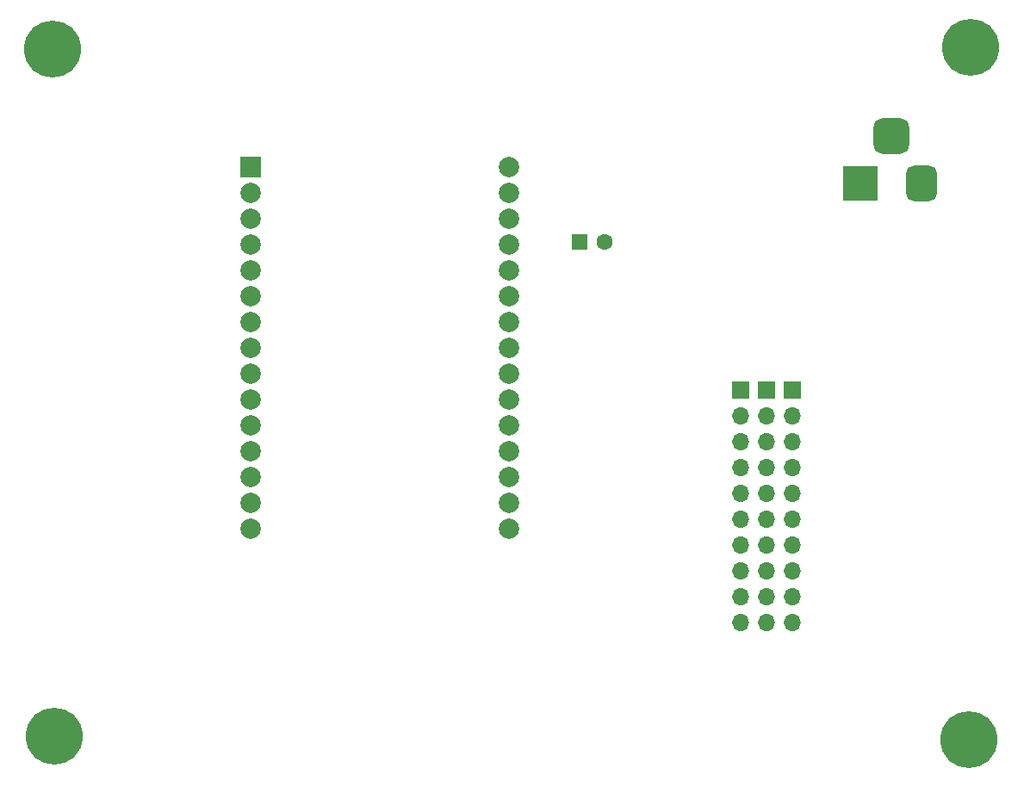
<source format=gbr>
%TF.GenerationSoftware,KiCad,Pcbnew,7.0.8*%
%TF.CreationDate,2023-11-09T16:50:50-05:00*%
%TF.ProjectId,proyecto final,70726f79-6563-4746-9f20-66696e616c2e,1.0*%
%TF.SameCoordinates,Original*%
%TF.FileFunction,Copper,L1,Top*%
%TF.FilePolarity,Positive*%
%FSLAX46Y46*%
G04 Gerber Fmt 4.6, Leading zero omitted, Abs format (unit mm)*
G04 Created by KiCad (PCBNEW 7.0.8) date 2023-11-09 16:50:50*
%MOMM*%
%LPD*%
G01*
G04 APERTURE LIST*
G04 Aperture macros list*
%AMRoundRect*
0 Rectangle with rounded corners*
0 $1 Rounding radius*
0 $2 $3 $4 $5 $6 $7 $8 $9 X,Y pos of 4 corners*
0 Add a 4 corners polygon primitive as box body*
4,1,4,$2,$3,$4,$5,$6,$7,$8,$9,$2,$3,0*
0 Add four circle primitives for the rounded corners*
1,1,$1+$1,$2,$3*
1,1,$1+$1,$4,$5*
1,1,$1+$1,$6,$7*
1,1,$1+$1,$8,$9*
0 Add four rect primitives between the rounded corners*
20,1,$1+$1,$2,$3,$4,$5,0*
20,1,$1+$1,$4,$5,$6,$7,0*
20,1,$1+$1,$6,$7,$8,$9,0*
20,1,$1+$1,$8,$9,$2,$3,0*%
G04 Aperture macros list end*
%TA.AperFunction,ComponentPad*%
%ADD10R,1.600000X1.600000*%
%TD*%
%TA.AperFunction,ComponentPad*%
%ADD11C,1.600000*%
%TD*%
%TA.AperFunction,ComponentPad*%
%ADD12C,5.600000*%
%TD*%
%TA.AperFunction,ComponentPad*%
%ADD13O,1.700000X1.700000*%
%TD*%
%TA.AperFunction,ComponentPad*%
%ADD14R,1.700000X1.700000*%
%TD*%
%TA.AperFunction,ComponentPad*%
%ADD15R,2.000000X2.000000*%
%TD*%
%TA.AperFunction,ComponentPad*%
%ADD16C,2.000000*%
%TD*%
%TA.AperFunction,ComponentPad*%
%ADD17R,3.500000X3.500000*%
%TD*%
%TA.AperFunction,ComponentPad*%
%ADD18RoundRect,0.750000X0.750000X1.000000X-0.750000X1.000000X-0.750000X-1.000000X0.750000X-1.000000X0*%
%TD*%
%TA.AperFunction,ComponentPad*%
%ADD19RoundRect,0.875000X0.875000X0.875000X-0.875000X0.875000X-0.875000X-0.875000X0.875000X-0.875000X0*%
%TD*%
G04 APERTURE END LIST*
D10*
%TO.P,C1,1*%
%TO.N,+5V*%
X165065000Y-51125000D03*
D11*
%TO.P,C1,2*%
%TO.N,GND*%
X167565000Y-51125000D03*
%TD*%
D12*
%TO.P,REF\u002A\u002A,1*%
%TO.N,N/C*%
X113300000Y-32200000D03*
%TD*%
D13*
%TO.P,Servos,10,Pin_10*%
%TO.N,D2*%
X180940000Y-88590000D03*
%TO.P,Servos,9,Pin_9*%
%TO.N,D4*%
X180940000Y-86050000D03*
%TO.P,Servos,8,Pin_8*%
%TO.N,D5*%
X180940000Y-83510000D03*
%TO.P,Servos,7,Pin_7*%
%TO.N,D18*%
X180940000Y-80970000D03*
%TO.P,Servos,6,Pin_6*%
%TO.N,D19*%
X180940000Y-78430000D03*
%TO.P,Servos,5,Pin_5*%
%TO.N,D21*%
X180940000Y-75890000D03*
%TO.P,Servos,4,Pin_4*%
%TO.N,D22*%
X180940000Y-73350000D03*
%TO.P,Servos,3,Pin_3*%
%TO.N,D23*%
X180940000Y-70810000D03*
%TO.P,Servos,2,Pin_2*%
%TO.N,D25*%
X180940000Y-68270000D03*
D14*
%TO.P,Servos,1,Pin_1*%
%TO.N,D26*%
X180940000Y-65730000D03*
%TD*%
D13*
%TO.P,Energ\u00EDa,10,Pin_10*%
%TO.N,+5V*%
X183480000Y-88590000D03*
%TO.P,Energ\u00EDa,9,Pin_9*%
X183480000Y-86050000D03*
%TO.P,Energ\u00EDa,8,Pin_8*%
X183480000Y-83510000D03*
%TO.P,Energ\u00EDa,7,Pin_7*%
X183480000Y-80970000D03*
%TO.P,Energ\u00EDa,6,Pin_6*%
X183480000Y-78430000D03*
%TO.P,Energ\u00EDa,5,Pin_5*%
X183480000Y-75890000D03*
%TO.P,Energ\u00EDa,4,Pin_4*%
X183480000Y-73350000D03*
%TO.P,Energ\u00EDa,3,Pin_3*%
X183480000Y-70810000D03*
%TO.P,Energ\u00EDa,2,Pin_2*%
X183480000Y-68270000D03*
D14*
%TO.P,Energ\u00EDa,1,Pin_1*%
X183480000Y-65730000D03*
%TD*%
D12*
%TO.P,,1*%
%TO.N,N/C*%
X113450000Y-99750000D03*
%TD*%
D15*
%TO.P,ESP32 WROOM 32,1,3V3*%
%TO.N,unconnected-(U1-3V3-Pad1)*%
X132740000Y-43815000D03*
D16*
%TO.P,ESP32 WROOM 32,2,GND*%
%TO.N,GND*%
X132740000Y-46355000D03*
%TO.P,ESP32 WROOM 32,3,D15*%
%TO.N,unconnected-(U1-D15-Pad3)*%
X132740000Y-48895000D03*
%TO.P,ESP32 WROOM 32,4,D2*%
%TO.N,D2*%
X132740000Y-51435000D03*
%TO.P,ESP32 WROOM 32,5,D4*%
%TO.N,D4*%
X132740000Y-53975000D03*
%TO.P,ESP32 WROOM 32,6,RX2*%
%TO.N,unconnected-(U1-RX2-Pad6)*%
X132740000Y-56515000D03*
%TO.P,ESP32 WROOM 32,7,TX2*%
%TO.N,unconnected-(U1-TX2-Pad7)*%
X132740000Y-59055000D03*
%TO.P,ESP32 WROOM 32,8,D5*%
%TO.N,D5*%
X132740000Y-61595000D03*
%TO.P,ESP32 WROOM 32,9,D18*%
%TO.N,D18*%
X132740000Y-64135000D03*
%TO.P,ESP32 WROOM 32,10,D19*%
%TO.N,D19*%
X132740000Y-66675000D03*
%TO.P,ESP32 WROOM 32,11,D21*%
%TO.N,D21*%
X132740000Y-69215000D03*
%TO.P,ESP32 WROOM 32,12,RX0*%
%TO.N,unconnected-(U1-RX0-Pad12)*%
X132740000Y-71755000D03*
%TO.P,ESP32 WROOM 32,13,TX0*%
%TO.N,unconnected-(U1-TX0-Pad13)*%
X132740000Y-74295000D03*
%TO.P,ESP32 WROOM 32,14,D22*%
%TO.N,D22*%
X132740000Y-76835000D03*
%TO.P,ESP32 WROOM 32,15,D23*%
%TO.N,D23*%
X132740000Y-79375000D03*
%TO.P,ESP32 WROOM 32,16,EN*%
%TO.N,unconnected-(U1-EN-Pad16)*%
X158140000Y-79375000D03*
%TO.P,ESP32 WROOM 32,17,VP*%
%TO.N,unconnected-(U1-VP-Pad17)*%
X158140000Y-76835000D03*
%TO.P,ESP32 WROOM 32,18,VN*%
%TO.N,unconnected-(U1-VN-Pad18)*%
X158140000Y-74295000D03*
%TO.P,ESP32 WROOM 32,19,D34*%
%TO.N,unconnected-(U1-D34-Pad19)*%
X158140000Y-71755000D03*
%TO.P,ESP32 WROOM 32,20,D35*%
%TO.N,unconnected-(U1-D35-Pad20)*%
X158140000Y-69215000D03*
%TO.P,ESP32 WROOM 32,21,D32*%
%TO.N,unconnected-(U1-D32-Pad21)*%
X158140000Y-66675000D03*
%TO.P,ESP32 WROOM 32,22,D33*%
%TO.N,unconnected-(U1-D33-Pad22)*%
X158140000Y-64135000D03*
%TO.P,ESP32 WROOM 32,23,D25*%
%TO.N,D25*%
X158140000Y-61595000D03*
%TO.P,ESP32 WROOM 32,24,D26*%
%TO.N,D26*%
X158140000Y-59055000D03*
%TO.P,ESP32 WROOM 32,25,D27*%
%TO.N,unconnected-(U1-D27-Pad25)*%
X158140000Y-56515000D03*
%TO.P,ESP32 WROOM 32,26,D14*%
%TO.N,unconnected-(U1-D14-Pad26)*%
X158140000Y-53975000D03*
%TO.P,ESP32 WROOM 32,27,D12*%
%TO.N,unconnected-(U1-D12-Pad27)*%
X158140000Y-51435000D03*
%TO.P,ESP32 WROOM 32,28,D13*%
%TO.N,unconnected-(U1-D13-Pad28)*%
X158140000Y-48895000D03*
%TO.P,ESP32 WROOM 32,29,GND*%
%TO.N,GND*%
X158140000Y-46355000D03*
%TO.P,ESP32 WROOM 32,30,VIN*%
%TO.N,+5V*%
X158140000Y-43815000D03*
%TD*%
D17*
%TO.P,jack1,1*%
%TO.N,+5V*%
X192720000Y-45410000D03*
D18*
%TO.P,jack1,2*%
%TO.N,GND*%
X198720000Y-45410000D03*
D19*
%TO.P,jack1,3*%
X195720000Y-40710000D03*
%TD*%
D13*
%TO.P,Tierra,10,Pin_10*%
%TO.N,GND*%
X186020000Y-88590000D03*
%TO.P,Tierra,9,Pin_9*%
X186020000Y-86050000D03*
%TO.P,Tierra,8,Pin_8*%
X186020000Y-83510000D03*
%TO.P,Tierra,7,Pin_7*%
X186020000Y-80970000D03*
%TO.P,Tierra,6,Pin_6*%
X186020000Y-78430000D03*
%TO.P,Tierra,5,Pin_5*%
X186020000Y-75890000D03*
%TO.P,Tierra,4,Pin_4*%
X186020000Y-73350000D03*
%TO.P,Tierra,3,Pin_3*%
X186020000Y-70810000D03*
%TO.P,Tierra,2,Pin_2*%
X186020000Y-68270000D03*
D14*
%TO.P,Tierra,1,Pin_1*%
X186020000Y-65730000D03*
%TD*%
D12*
%TO.P,,1*%
%TO.N,N/C*%
X203350000Y-100100000D03*
%TD*%
%TO.P,,1*%
%TO.N,N/C*%
X203550000Y-32000000D03*
%TD*%
M02*

</source>
